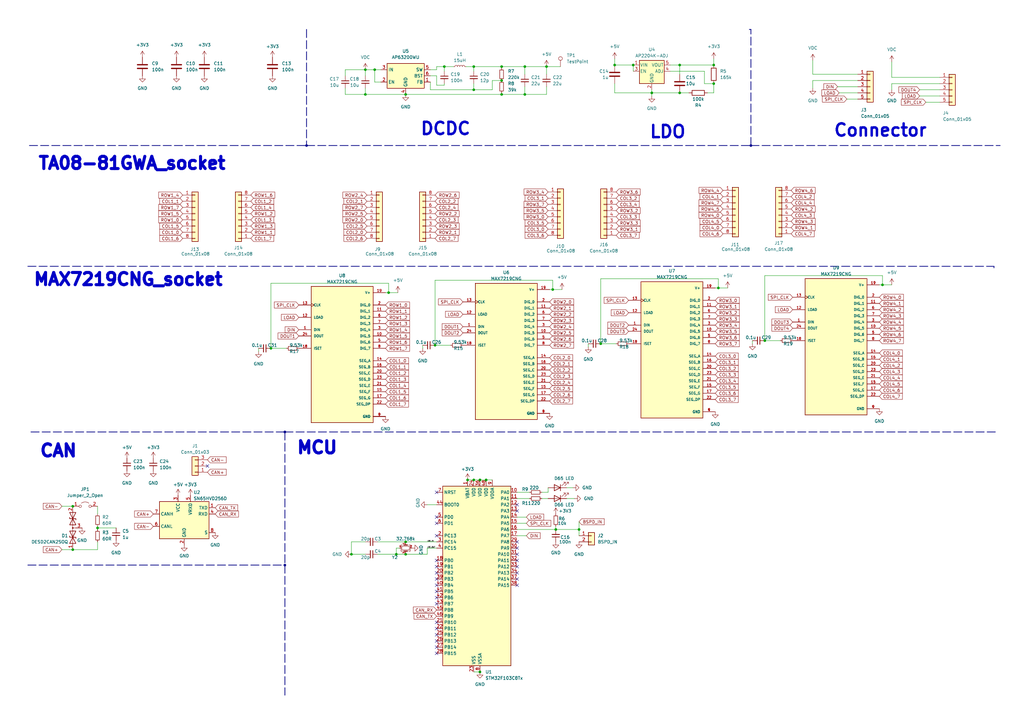
<source format=kicad_sch>
(kicad_sch (version 20230121) (generator eeschema)
  (paper "A3")
  (title_block (date "2025-10-14") (rev "v2025.10"))
  (junction (at 278.765 26.67))
  (junction (at 149.86 38.735))
  (junction (at 196.85 275.59))
  (junction (at 116.84 231.775))
  (junction (at 313.69 139.7))
  (junction (at 267.335 38.1))
  (junction (at 144.145 227.33))
  (junction (at 227.965 217.17))
  (junction (at 182.245 27.305))
  (junction (at 246.38 140.97))
  (junction (at 196.85 196.85))
  (junction (at 159.385 120.015))
  (junction (at 194.31 27.305))
  (junction (at 194.31 36.83))
  (junction (at 162.56 227.33))
  (junction (at 215.265 27.305))
  (junction (at 361.95 116.84))
  (junction (at 149.86 28.575))
  (junction (at 111.125 142.875))
  (junction (at 292.735 26.67))
  (junction (at 40.005 216.535))
  (junction (at 205.74 27.305))
  (junction (at 178.435 141.605))
  (junction (at 191.77 196.85))
  (junction (at 294.64 118.11))
  (junction (at 166.37 222.25))
  (junction (at 292.735 34.29))
  (junction (at 166.37 227.33))
  (junction (at 259.715 26.67))
  (junction (at 215.265 38.735))
  (junction (at 237.49 217.17))
  (junction (at 194.31 196.85))
  (junction (at 252.095 26.67))
  (junction (at 29.845 207.645))
  (junction (at 116.84 177.165))
  (junction (at 29.845 225.425))
  (junction (at 199.39 196.85))
  (junction (at 153.67 28.575))
  (junction (at 205.74 33.02))
  (junction (at 307.975 59.69))
  (junction (at 226.695 118.745))
  (junction (at 205.74 38.735))
  (junction (at 125.73 59.69))
  (junction (at 278.765 38.1))
  (junction (at 224.155 27.305))
  (junction (at 166.37 38.735))
  (no_connect (at 85.09 191.135))
  (no_connect (at 179.07 201.93))
  (no_connect (at 212.09 207.01))
  (no_connect (at 212.09 222.25))
  (no_connect (at 179.07 237.49))
  (no_connect (at 179.07 255.27))
  (no_connect (at 179.07 234.95))
  (no_connect (at 179.07 245.11))
  (no_connect (at 179.07 232.41))
  (no_connect (at 212.09 234.95))
  (no_connect (at 179.07 219.71))
  (no_connect (at 179.07 247.65))
  (no_connect (at 212.09 229.87))
  (no_connect (at 179.07 257.81))
  (no_connect (at 179.07 240.03))
  (no_connect (at 212.09 232.41))
  (no_connect (at 212.09 237.49))
  (no_connect (at 212.09 209.55))
  (no_connect (at 179.07 260.35))
  (no_connect (at 212.09 240.03))
  (no_connect (at 212.09 227.33))
  (no_connect (at 179.07 265.43))
  (no_connect (at 179.07 212.09))
  (no_connect (at 179.07 214.63))
  (no_connect (at 179.07 267.97))
  (no_connect (at 212.09 224.79))
  (no_connect (at 179.07 229.87))
  (no_connect (at 179.07 242.57))
  (no_connect (at 179.07 262.89))
  (wire (pts (xy 212.09 201.93) (xy 217.17 201.93)))
  (wire (pts (xy 166.37 222.25) (xy 179.07 222.25)))
  (wire (pts (xy 176.53 33.655) (xy 176.53 36.83)))
  (wire (pts (xy 224.155 27.305) (xy 229.87 27.305)))
  (wire (pts (xy 175.26 224.79) (xy 179.07 224.79)))
  (wire (pts (xy 201.93 33.02) (xy 205.74 33.02)))
  (wire (pts (xy 215.265 30.48) (xy 215.265 27.305)))
  (wire (pts (xy 278.765 38.1) (xy 282.575 38.1)))
  (wire (pts (xy 237.49 213.995) (xy 237.49 217.17)))
  (wire (pts (xy 40.005 222.25) (xy 40.005 225.425)))
  (wire (pts (xy 153.67 28.575) (xy 153.67 33.655)))
  (wire (pts (xy 294.64 114.3) (xy 246.38 114.3)))
  (wire (pts (xy 379.73 41.91) (xy 385.445 41.91)))
  (bus (pts (xy 407.67 109.22) (xy 407.67 109.855)))
  (wire (pts (xy 237.49 217.17) (xy 227.965 217.17)))
  (bus (pts (xy 11.43 109.22) (xy 407.67 109.22)) (stroke (width 0) (type dash)))
  (wire (pts (xy 154.94 222.25) (xy 166.37 222.25)))
  (wire (pts (xy 40.005 207.645) (xy 40.005 210.82)))
  (wire (pts (xy 351.79 33.02) (xy 333.375 33.02)))
  (wire (pts (xy 141.605 28.575) (xy 149.86 28.575)))
  (wire (pts (xy 215.265 38.735) (xy 205.74 38.735)))
  (wire (pts (xy 226.695 118.745) (xy 230.505 118.745)))
  (bus (pts (xy 116.84 231.775) (xy 116.84 285.115)) (stroke (width 0) (type dash)))
  (wire (pts (xy 226.695 118.745) (xy 226.695 114.935)))
  (wire (pts (xy 278.765 26.67) (xy 278.765 30.48)))
  (wire (pts (xy 274.955 26.67) (xy 278.765 26.67)))
  (wire (pts (xy 194.31 196.85) (xy 196.85 196.85)))
  (wire (pts (xy 361.95 116.84) (xy 365.76 116.84)))
  (wire (pts (xy 246.38 114.3) (xy 246.38 140.97)))
  (wire (pts (xy 40.005 225.425) (xy 29.845 225.425)))
  (wire (pts (xy 267.335 36.83) (xy 267.335 38.1)))
  (wire (pts (xy 246.38 140.97) (xy 252.73 140.97)))
  (wire (pts (xy 173.355 141.605) (xy 173.355 142.875)))
  (wire (pts (xy 224.79 201.93) (xy 222.25 201.93)))
  (wire (pts (xy 215.265 35.56) (xy 215.265 38.735)))
  (wire (pts (xy 377.19 36.83) (xy 385.445 36.83)))
  (wire (pts (xy 227.965 215.9) (xy 227.965 217.17)))
  (wire (pts (xy 313.69 113.03) (xy 313.69 139.7)))
  (wire (pts (xy 199.39 196.85) (xy 201.93 196.85)))
  (wire (pts (xy 182.245 27.305) (xy 186.055 27.305)))
  (wire (pts (xy 144.145 227.33) (xy 144.145 222.25)))
  (wire (pts (xy 162.56 227.33) (xy 166.37 227.33)))
  (wire (pts (xy 179.07 34.925) (xy 182.245 34.925)))
  (wire (pts (xy 194.31 275.59) (xy 196.85 275.59)))
  (wire (pts (xy 205.74 38.735) (xy 166.37 38.735)))
  (wire (pts (xy 106.045 142.875) (xy 106.045 144.145)))
  (bus (pts (xy 125.73 59.69) (xy 307.975 59.69)) (stroke (width 0) (type dash)))
  (wire (pts (xy 141.605 38.735) (xy 149.86 38.735)))
  (wire (pts (xy 194.31 36.83) (xy 201.93 36.83)))
  (wire (pts (xy 343.535 35.56) (xy 351.79 35.56)))
  (bus (pts (xy 116.84 177.165) (xy 408.94 177.165)) (stroke (width 0) (type dash)))
  (wire (pts (xy 212.09 217.17) (xy 227.965 217.17)))
  (wire (pts (xy 149.86 38.735) (xy 166.37 38.735)))
  (wire (pts (xy 308.61 139.7) (xy 308.61 140.97)))
  (wire (pts (xy 252.095 38.1) (xy 267.335 38.1)))
  (wire (pts (xy 294.64 118.11) (xy 294.64 114.3)))
  (wire (pts (xy 162.56 224.79) (xy 162.56 227.33)))
  (bus (pts (xy 125.73 12.065) (xy 125.73 59.69)) (stroke (width 0) (type dash)))
  (bus (pts (xy 116.84 177.165) (xy 116.84 231.775)) (stroke (width 0) (type dash)))
  (wire (pts (xy 175.26 227.33) (xy 175.26 224.79)))
  (wire (pts (xy 215.9 214.63) (xy 212.09 214.63)))
  (wire (pts (xy 25.4 207.645) (xy 29.845 207.645)))
  (wire (pts (xy 292.735 24.13) (xy 292.735 26.67)))
  (wire (pts (xy 333.375 30.48) (xy 333.375 24.765)))
  (wire (pts (xy 365.76 31.75) (xy 385.445 31.75)))
  (wire (pts (xy 241.3 140.97) (xy 241.3 142.24)))
  (wire (pts (xy 267.335 38.1) (xy 267.335 39.37)))
  (wire (pts (xy 377.19 39.37) (xy 385.445 39.37)))
  (wire (pts (xy 252.095 34.29) (xy 252.095 38.1)))
  (wire (pts (xy 179.07 27.305) (xy 179.07 28.575)))
  (wire (pts (xy 212.09 219.71) (xy 215.9 219.71)))
  (wire (pts (xy 25.4 225.425) (xy 29.845 225.425)))
  (wire (pts (xy 179.07 27.305) (xy 182.245 27.305)))
  (wire (pts (xy 225.425 118.745) (xy 226.695 118.745)))
  (wire (pts (xy 274.955 29.21) (xy 288.925 29.21)))
  (wire (pts (xy 333.375 30.48) (xy 351.79 30.48)))
  (wire (pts (xy 149.86 28.575) (xy 153.67 28.575)))
  (wire (pts (xy 159.385 120.015) (xy 159.385 116.205)))
  (bus (pts (xy 12.7 177.165) (xy 116.84 177.165)) (stroke (width 0) (type dash)))
  (wire (pts (xy 153.67 33.655) (xy 156.21 33.655)))
  (bus (pts (xy 11.43 231.775) (xy 116.84 231.775)) (stroke (width 0) (type dash)))
  (wire (pts (xy 205.74 38.1) (xy 205.74 38.735)))
  (wire (pts (xy 288.925 29.21) (xy 288.925 34.29)))
  (wire (pts (xy 292.735 38.1) (xy 292.735 34.29)))
  (wire (pts (xy 182.245 34.925) (xy 182.245 34.29)))
  (wire (pts (xy 144.145 222.25) (xy 149.86 222.25)))
  (wire (pts (xy 40.005 215.9) (xy 40.005 216.535)))
  (wire (pts (xy 290.195 38.1) (xy 292.735 38.1)))
  (wire (pts (xy 232.41 200.025) (xy 234.95 200.025)))
  (wire (pts (xy 196.85 196.85) (xy 199.39 196.85)))
  (wire (pts (xy 40.005 216.535) (xy 47.625 216.535)))
  (wire (pts (xy 159.385 116.205) (xy 111.125 116.205)))
  (wire (pts (xy 111.125 142.875) (xy 117.475 142.875)))
  (wire (pts (xy 182.245 29.21) (xy 182.245 27.305)))
  (wire (pts (xy 361.95 116.84) (xy 361.95 113.03)))
  (wire (pts (xy 226.695 114.935) (xy 178.435 114.935)))
  (bus (pts (xy 307.975 59.69) (xy 410.21 59.69)) (stroke (width 0) (type dash)))
  (wire (pts (xy 232.41 204.47) (xy 235.585 204.47)))
  (wire (pts (xy 191.135 27.305) (xy 194.31 27.305)))
  (wire (pts (xy 224.155 35.56) (xy 224.155 38.735)))
  (wire (pts (xy 361.95 113.03) (xy 313.69 113.03)))
  (wire (pts (xy 163.83 224.79) (xy 162.56 224.79)))
  (wire (pts (xy 385.445 34.29) (xy 365.76 34.29)))
  (wire (pts (xy 194.31 27.305) (xy 194.31 29.21)))
  (wire (pts (xy 294.64 118.11) (xy 298.45 118.11)))
  (wire (pts (xy 313.69 139.7) (xy 320.04 139.7)))
  (wire (pts (xy 111.125 116.205) (xy 111.125 142.875)))
  (wire (pts (xy 159.385 120.015) (xy 163.195 120.015)))
  (wire (pts (xy 179.07 31.115) (xy 179.07 34.925)))
  (wire (pts (xy 365.76 31.75) (xy 365.76 25.4)))
  (wire (pts (xy 179.07 28.575) (xy 176.53 28.575)))
  (wire (pts (xy 365.76 34.29) (xy 365.76 36.83)))
  (bus (pts (xy 12.065 59.69) (xy 125.73 59.69)) (stroke (width 0) (type dash)))
  (wire (pts (xy 224.155 27.305) (xy 224.155 30.48)))
  (wire (pts (xy 333.375 33.02) (xy 333.375 36.195)))
  (wire (pts (xy 360.68 116.84) (xy 361.95 116.84)))
  (wire (pts (xy 154.94 227.33) (xy 162.56 227.33)))
  (wire (pts (xy 267.335 38.1) (xy 278.765 38.1)))
  (wire (pts (xy 347.345 40.64) (xy 351.79 40.64)))
  (wire (pts (xy 212.09 204.47) (xy 217.17 204.47)))
  (wire (pts (xy 176.53 36.83) (xy 194.31 36.83)))
  (wire (pts (xy 194.31 36.83) (xy 194.31 34.29)))
  (wire (pts (xy 178.435 114.935) (xy 178.435 141.605)))
  (wire (pts (xy 237.49 217.17) (xy 237.49 219.71)))
  (wire (pts (xy 149.86 28.575) (xy 149.86 31.115)))
  (wire (pts (xy 158.115 120.015) (xy 159.385 120.015)))
  (wire (pts (xy 293.37 118.11) (xy 294.64 118.11)))
  (wire (pts (xy 141.605 28.575) (xy 141.605 31.115)))
  (wire (pts (xy 205.74 27.94) (xy 205.74 27.305)))
  (wire (pts (xy 288.925 34.29) (xy 292.735 34.29)))
  (wire (pts (xy 344.17 38.1) (xy 351.79 38.1)))
  (wire (pts (xy 40.005 216.535) (xy 40.005 217.17)))
  (wire (pts (xy 215.265 38.735) (xy 224.155 38.735)))
  (wire (pts (xy 191.77 196.85) (xy 194.31 196.85)))
  (wire (pts (xy 141.605 36.195) (xy 141.605 38.735)))
  (wire (pts (xy 166.37 227.33) (xy 175.26 227.33)))
  (wire (pts (xy 149.86 36.195) (xy 149.86 38.735)))
  (wire (pts (xy 252.095 26.67) (xy 259.715 26.67)))
  (wire (pts (xy 252.095 24.13) (xy 252.095 26.67)))
  (wire (pts (xy 153.67 28.575) (xy 156.21 28.575)))
  (wire (pts (xy 278.765 26.67) (xy 292.735 26.67)))
  (wire (pts (xy 194.31 27.305) (xy 205.74 27.305)))
  (wire (pts (xy 259.715 26.67) (xy 259.715 29.21)))
  (wire (pts (xy 178.435 141.605) (xy 184.785 141.605)))
  (wire (pts (xy 222.25 204.47) (xy 224.79 204.47)))
  (wire (pts (xy 205.74 27.305) (xy 215.265 27.305)))
  (wire (pts (xy 175.26 207.01) (xy 179.07 207.01)))
  (wire (pts (xy 176.53 31.115) (xy 179.07 31.115)))
  (wire (pts (xy 224.79 200.025) (xy 224.79 201.93)))
  (wire (pts (xy 201.93 36.83) (xy 201.93 33.02)))
  (wire (pts (xy 144.145 227.33) (xy 149.86 227.33)))
  (bus (pts (xy 307.975 59.69) (xy 307.975 12.065)) (stroke (width 0) (type dash)))
  (wire (pts (xy 212.09 212.09) (xy 215.9 212.09)))
  (bus (pts (xy 307.34 12.065) (xy 307.975 12.065)) (stroke (width 0) (type dash)))
  (wire (pts (xy 215.265 27.305) (xy 224.155 27.305)))
  (text "Connector\n" (at 341.63 56.515 0) (effects (font (size 5 5) (thickness 1) bold) (justify left bottom)))
  (text "CAN" (at 15.875 187.96 0) (effects (font (size 5 5) (thickness 2) bold) (justify left bottom)))
  (text "MAX7219CNG_socket\n\n" (at 13.335 125.73 0) (effects (font (size 5 5) (thickness 2) bold) (justify left bottom)))
  (text "DCDC\n" (at 172.085 55.88 0) (effects (font (size 5 5) (thickness 1) bold) (justify left bottom)))
  (text "TA08-81GWA_socket\n\n" (at 15.24 78.105 0) (effects (font (size 5 5) (thickness 2) bold) (justify left bottom)))
  (text "LDO" (at 266.065 57.15 0) (effects (font (size 5 5) (thickness 1) bold) (justify left bottom)))
  (text "MCU\n" (at 121.285 186.69 0) (effects (font (size 5 5) (thickness 2) bold) (justify left bottom)))
  (label "LSE_IN" (at 175.26 222.25 0) (effects (font (size 0.5 0.5))))
  (label "LSE_OUT" (at 175.26 224.79 0) (effects (font (size 0.5 0.5))))
  (global_label "ROW1_5" (shape input) (at 158.115 137.795 0) (property "Intersheetrefs" "${INTERSHEET_REFS}" (effects hide)))
  (global_label "ROW1_4" (shape input) (at 74.93 80.01 180) (property "Intersheetrefs" "${INTERSHEET_REFS}" (effects hide)))
  (global_label "SPI_CLK" (shape input) (at 122.555 125.095 180) (property "Intersheetrefs" "${INTERSHEET_REFS}" (effects hide)))
  (global_label "DOUT1" (shape input) (at 189.865 133.985 180) (property "Intersheetrefs" "${INTERSHEET_REFS}" (effects hide)))
  (global_label "COL3_5" (shape input) (at 224.79 91.44 180) (property "Intersheetrefs" "${INTERSHEET_REFS}" (effects hide)))
  (global_label "COL1_0" (shape input) (at 158.115 147.955 0) (property "Intersheetrefs" "${INTERSHEET_REFS}" (effects hide)))
  (global_label "COL2_6" (shape input) (at 150.495 97.79 180) (property "Intersheetrefs" "${INTERSHEET_REFS}" (effects hide)))
  (global_label "COL4_7" (shape input) (at 360.68 162.56 0) (property "Intersheetrefs" "${INTERSHEET_REFS}" (effects hide)))
  (global_label "ROW3_7" (shape input) (at 293.37 140.97 0) (property "Intersheetrefs" "${INTERSHEET_REFS}" (effects hide)))
  (global_label "ROW2_3" (shape input) (at 178.435 92.71 0) (property "Intersheetrefs" "${INTERSHEET_REFS}" (effects hide)))
  (global_label "ROW2_0" (shape input) (at 225.425 123.825 0) (property "Intersheetrefs" "${INTERSHEET_REFS}" (effects hide)))
  (global_label "COL1_2" (shape input) (at 158.115 153.035 0) (property "Intersheetrefs" "${INTERSHEET_REFS}" (effects hide)))
  (global_label "ROW1_6" (shape input) (at 158.115 140.335 0) (property "Intersheetrefs" "${INTERSHEET_REFS}" (effects hide)))
  (global_label "ROW3_0" (shape input) (at 224.79 88.9 180) (property "Intersheetrefs" "${INTERSHEET_REFS}" (effects hide)))
  (global_label "DOUT4" (shape input) (at 377.19 36.83 180) (property "Intersheetrefs" "${INTERSHEET_REFS}" (effects hide)))
  (global_label "COL3_6" (shape input) (at 224.79 96.52 180) (property "Intersheetrefs" "${INTERSHEET_REFS}" (effects hide)))
  (global_label "DIN" (shape input) (at 122.555 135.255 180) (property "Intersheetrefs" "${INTERSHEET_REFS}" (effects hide)))
  (global_label "LOAD" (shape input) (at 325.12 127 180) (property "Intersheetrefs" "${INTERSHEET_REFS}" (effects hide)))
  (global_label "LOAD" (shape input) (at 122.555 130.175 180) (property "Intersheetrefs" "${INTERSHEET_REFS}" (effects hide)))
  (global_label "COL2_4" (shape input) (at 178.435 85.09 0) (property "Intersheetrefs" "${INTERSHEET_REFS}" (effects hide)))
  (global_label "COL3_1" (shape input) (at 224.79 81.28 180) (property "Intersheetrefs" "${INTERSHEET_REFS}" (effects hide)))
  (global_label "ROW3_2" (shape input) (at 293.37 128.27 0) (property "Intersheetrefs" "${INTERSHEET_REFS}" (effects hide)))
  (global_label "ROW3_7" (shape input) (at 224.79 83.82 180) (property "Intersheetrefs" "${INTERSHEET_REFS}" (effects hide)))
  (global_label "SPI_CLK" (shape input) (at 379.73 41.91 180) (property "Intersheetrefs" "${INTERSHEET_REFS}" (effects hide)))
  (global_label "COL3_2" (shape input) (at 293.37 151.13 0) (property "Intersheetrefs" "${INTERSHEET_REFS}" (effects hide)))
  (global_label "COL2_6" (shape input) (at 225.425 161.925 0) (property "Intersheetrefs" "${INTERSHEET_REFS}" (effects hide)))
  (global_label "ROW3_6" (shape input) (at 293.37 138.43 0) (property "Intersheetrefs" "${INTERSHEET_REFS}" (effects hide)))
  (global_label "COL1_3" (shape input) (at 158.115 155.575 0) (property "Intersheetrefs" "${INTERSHEET_REFS}" (effects hide)))
  (global_label "DOUT3" (shape input) (at 325.12 132.08 180) (property "Intersheetrefs" "${INTERSHEET_REFS}" (effects hide)))
  (global_label "COL3_2" (shape input) (at 252.73 81.28 0) (property "Intersheetrefs" "${INTERSHEET_REFS}" (effects hide)))
  (global_label "CAN+" (shape input) (at 85.09 193.675 0) (property "Intersheetrefs" "${INTERSHEET_REFS}" (effects hide)))
  (global_label "ROW1_4" (shape input) (at 158.115 135.255 0) (property "Intersheetrefs" "${INTERSHEET_REFS}" (effects hide)))
  (global_label "COL4_4" (shape input) (at 360.68 154.94 0) (property "Intersheetrefs" "${INTERSHEET_REFS}" (effects hide)))
  (global_label "COL1_6" (shape input) (at 74.93 97.79 180) (property "Intersheetrefs" "${INTERSHEET_REFS}" (effects hide)))
  (global_label "ROW2_5" (shape input) (at 225.425 136.525 0) (property "Intersheetrefs" "${INTERSHEET_REFS}" (effects hide)))
  (global_label "CAN-" (shape input) (at 85.09 188.595 0) (property "Intersheetrefs" "${INTERSHEET_REFS}" (effects hide)))
  (global_label "ROW1_1" (shape input) (at 102.87 95.25 0) (property "Intersheetrefs" "${INTERSHEET_REFS}" (effects hide)))
  (global_label "ROW4_4" (shape input) (at 360.68 132.08 0) (property "Intersheetrefs" "${INTERSHEET_REFS}" (effects hide)))
  (global_label "COL3_4" (shape input) (at 293.37 156.21 0) (property "Intersheetrefs" "${INTERSHEET_REFS}" (effects hide)))
  (global_label "COL4_0" (shape input) (at 296.545 93.345 180) (property "Intersheetrefs" "${INTERSHEET_REFS}" (effects hide)))
  (global_label "COL4_4" (shape input) (at 324.485 83.185 0) (property "Intersheetrefs" "${INTERSHEET_REFS}" (effects hide)))
  (global_label "COL3_4" (shape input) (at 252.73 83.82 0) (property "Intersheetrefs" "${INTERSHEET_REFS}" (effects hide)))
  (global_label "COL1_5" (shape input) (at 158.115 160.655 0) (property "Intersheetrefs" "${INTERSHEET_REFS}" (effects hide)))
  (global_label "ROW3_3" (shape input) (at 252.73 91.44 0) (property "Intersheetrefs" "${INTERSHEET_REFS}" (effects hide)))
  (global_label "ROW1_3" (shape input) (at 102.87 92.71 0) (property "Intersheetrefs" "${INTERSHEET_REFS}" (effects hide)))
  (global_label "COL1_6" (shape input) (at 158.115 163.195 0) (property "Intersheetrefs" "${INTERSHEET_REFS}" (effects hide)))
  (global_label "COL1_4" (shape input) (at 102.87 85.09 0) (property "Intersheetrefs" "${INTERSHEET_REFS}" (effects hide)))
  (global_label "COL3_6" (shape input) (at 293.37 161.29 0) (property "Intersheetrefs" "${INTERSHEET_REFS}" (effects hide)))
  (global_label "ROW4_6" (shape input) (at 324.485 78.105 0) (property "Intersheetrefs" "${INTERSHEET_REFS}" (effects hide)))
  (global_label "DOUT3" (shape input) (at 257.81 135.89 180) (property "Intersheetrefs" "${INTERSHEET_REFS}" (effects hide)))
  (global_label "ROW1_1" (shape input) (at 158.115 127.635 0) (property "Intersheetrefs" "${INTERSHEET_REFS}" (effects hide)))
  (global_label "COL2_4" (shape input) (at 225.425 156.845 0) (property "Intersheetrefs" "${INTERSHEET_REFS}" (effects hide)))
  (global_label "ROW3_2" (shape input) (at 252.73 86.36 0) (property "Intersheetrefs" "${INTERSHEET_REFS}" (effects hide)))
  (global_label "ROW2_1" (shape input) (at 225.425 126.365 0) (property "Intersheetrefs" "${INTERSHEET_REFS}" (effects hide)))
  (global_label "ROW4_5" (shape input) (at 360.68 134.62 0) (property "Intersheetrefs" "${INTERSHEET_REFS}" (effects hide)))
  (global_label "CAN_TX" (shape input) (at 179.07 252.73 180) (property "Intersheetrefs" "${INTERSHEET_REFS}" (effects hide)))
  (global_label "ROW1_7" (shape input) (at 74.93 85.09 180) (property "Intersheetrefs" "${INTERSHEET_REFS}" (effects hide)))
  (global_label "COL3_5" (shape input) (at 293.37 158.75 0) (property "Intersheetrefs" "${INTERSHEET_REFS}" (effects hide)))
  (global_label "COL4_2" (shape input) (at 360.68 149.86 0) (property "Intersheetrefs" "${INTERSHEET_REFS}" (effects hide)))
  (global_label "COL3_0" (shape input) (at 293.37 146.05 0) (property "Intersheetrefs" "${INTERSHEET_REFS}" (effects hide)))
  (global_label "COL2_2" (shape input) (at 225.425 151.765 0) (property "Intersheetrefs" "${INTERSHEET_REFS}" (effects hide)))
  (global_label "LOAD" (shape input) (at 377.19 39.37 180) (property "Intersheetrefs" "${INTERSHEET_REFS}" (effects hide)))
  (global_label "ROW3_1" (shape input) (at 293.37 125.73 0) (property "Intersheetrefs" "${INTERSHEET_REFS}" (effects hide)))
  (global_label "COL2_1" (shape input) (at 150.495 82.55 180) (property "Intersheetrefs" "${INTERSHEET_REFS}" (effects hide)))
  (global_label "SPI_CLK" (shape input) (at 189.865 123.825 180) (property "Intersheetrefs" "${INTERSHEET_REFS}" (effects hide)))
  (global_label "COL4_5" (shape input) (at 296.545 90.805 180) (property "Intersheetrefs" "${INTERSHEET_REFS}" (effects hide)))
  (global_label "ROW3_5" (shape input) (at 224.79 86.36 180) (property "Intersheetrefs" "${INTERSHEET_REFS}" (effects hide)))
  (global_label "LOAD" (shape input) (at 189.865 128.905 180) (property "Intersheetrefs" "${INTERSHEET_REFS}" (effects hide)))
  (global_label "COL2_3" (shape input) (at 178.435 90.17 0) (property "Intersheetrefs" "${INTERSHEET_REFS}" (effects hide)))
  (global_label "CAN+" (shape input) (at 25.4 225.425 180) (property "Intersheetrefs" "${INTERSHEET_REFS}" (effects hide)))
  (global_label "ROW1_5" (shape input) (at 74.93 87.63 180) (property "Intersheetrefs" "${INTERSHEET_REFS}" (effects hide)))
  (global_label "COL4_7" (shape input) (at 324.485 95.885 0) (property "Intersheetrefs" "${INTERSHEET_REFS}" (effects hide)))
  (global_label "COL3_7" (shape input) (at 293.37 163.83 0) (property "Intersheetrefs" "${INTERSHEET_REFS}" (effects hide)))
  (global_label "LOAD" (shape input) (at 215.9 212.09 0) (property "Intersheetrefs" "${INTERSHEET_REFS}" (effects hide)))
  (global_label "DOUT2" (shape input) (at 257.81 133.35 180) (property "Intersheetrefs" "${INTERSHEET_REFS}" (effects hide)))
  (global_label "COL4_6" (shape input) (at 296.545 95.885 180) (property "Intersheetrefs" "${INTERSHEET_REFS}" (effects hide)))
  (global_label "ROW2_2" (shape input) (at 178.435 87.63 0) (property "Intersheetrefs" "${INTERSHEET_REFS}" (effects hide)))
  (global_label "ROW4_0" (shape input) (at 360.68 121.92 0) (property "Intersheetrefs" "${INTERSHEET_REFS}" (effects hide)))
  (global_label "ROW2_5" (shape input) (at 150.495 87.63 180) (property "Intersheetrefs" "${INTERSHEET_REFS}" (effects hide)))
  (global_label "SPI_CLK" (shape input) (at 257.81 123.19 180) (property "Intersheetrefs" "${INTERSHEET_REFS}" (effects hide)))
  (global_label "DIN" (shape input) (at 343.535 35.56 180) (property "Intersheetrefs" "${INTERSHEET_REFS}" (effects hide)))
  (global_label "ROW3_4" (shape input) (at 224.79 78.74 180) (property "Intersheetrefs" "${INTERSHEET_REFS}" (effects hide)))
  (global_label "CAN-" (shape input) (at 62.865 215.9 180) (property "Intersheetrefs" "${INTERSHEET_REFS}" (effects hide)))
  (global_label "COL2_5" (shape input) (at 225.425 159.385 0) (property "Intersheetrefs" "${INTERSHEET_REFS}" (effects hide)))
  (global_label "COL4_3" (shape input) (at 324.485 88.265 0) (property "Intersheetrefs" "${INTERSHEET_REFS}" (effects hide)))
  (global_label "COL1_2" (shape input) (at 102.87 82.55 0) (property "Intersheetrefs" "${INTERSHEET_REFS}" (effects hide)))
  (global_label "COL2_7" (shape input) (at 178.435 97.79 0) (property "Intersheetrefs" "${INTERSHEET_REFS}" (effects hide)))
  (global_label "ROW4_1" (shape input) (at 324.485 93.345 0) (property "Intersheetrefs" "${INTERSHEET_REFS}" (effects hide)))
  (global_label "CAN_RX" (shape input) (at 179.07 250.19 180) (property "Intersheetrefs" "${INTERSHEET_REFS}" (effects hide)))
  (global_label "SPI_CLK" (shape input) (at 325.12 121.92 180) (property "Intersheetrefs" "${INTERSHEET_REFS}" (effects hide)))
  (global_label "ROW3_6" (shape input) (at 252.73 78.74 0) (property "Intersheetrefs" "${INTERSHEET_REFS}" (effects hide)))
  (global_label "COL2_1" (shape input) (at 225.425 149.225 0) (property "Intersheetrefs" "${INTERSHEET_REFS}" (effects hide)))
  (global_label "COL4_0" (shape input) (at 360.68 144.78 0) (property "Intersheetrefs" "${INTERSHEET_REFS}" (effects hide)))
  (global_label "COL1_7" (shape input) (at 102.87 97.79 0) (property "Intersheetrefs" "${INTERSHEET_REFS}" (effects hide)))
  (global_label "ROW2_1" (shape input) (at 178.435 95.25 0) (property "Intersheetrefs" "${INTERSHEET_REFS}" (effects hide)))
  (global_label "ROW4_0" (shape input) (at 296.545 88.265 180) (property "Intersheetrefs" "${INTERSHEET_REFS}" (effects hide)))
  (global_label "ROW1_2" (shape input) (at 158.115 130.175 0) (property "Intersheetrefs" "${INTERSHEET_REFS}" (effects hide)))
  (global_label "DIN" (shape input) (at 215.9 219.71 0) (property "Intersheetrefs" "${INTERSHEET_REFS}" (effects hide)))
  (global_label "CAN_TX" (shape input) (at 88.265 208.28 0) (property "Intersheetrefs" "${INTERSHEET_REFS}" (effects hide)))
  (global_label "COL4_6" (shape input) (at 360.68 160.02 0) (property "Intersheetrefs" "${INTERSHEET_REFS}" (effects hide)))
  (global_label "COL3_3" (shape input) (at 293.37 153.67 0) (property "Intersheetrefs" "${INTERSHEET_REFS}" (effects hide)))
  (global_label "ROW2_0" (shape input) (at 150.495 90.17 180) (property "Intersheetrefs" "${INTERSHEET_REFS}" (effects hide)))
  (global_label "SPI_CLK" (shape input) (at 347.345 40.64 180) (property "Intersheetrefs" "${INTERSHEET_REFS}" (effects hide)))
  (global_label "ROW1_0" (shape input) (at 158.115 125.095 0) (property "Intersheetrefs" "${INTERSHEET_REFS}" (effects hide)))
  (global_label "ROW3_0" (shape input) (at 293.37 123.19 0) (property "Intersheetrefs" "${INTERSHEET_REFS}" (effects hide)))
  (global_label "COL1_7" (shape input) (at 158.115 165.735 0) (property "Intersheetrefs" "${INTERSHEET_REFS}" (effects hide)))
  (global_label "COL1_0" (shape input) (at 74.93 95.25 180) (property "Intersheetrefs" "${INTERSHEET_REFS}" (effects hide)))
  (global_label "COL1_1" (shape input) (at 74.93 82.55 180) (property "Intersheetrefs" "${INTERSHEET_REFS}" (effects hide)))
  (global_label "ROW4_3" (shape input) (at 360.68 129.54 0) (property "Intersheetrefs" "${INTERSHEET_REFS}" (effects hide)))
  (global_label "COL1_1" (shape input) (at 158.115 150.495 0) (property "Intersheetrefs" "${INTERSHEET_REFS}" (effects hide)))
  (global_label "ROW4_7" (shape input) (at 360.68 139.7 0) (property "Intersheetrefs" "${INTERSHEET_REFS}" (effects hide)))
  (global_label "ROW1_2" (shape input) (at 102.87 87.63 0) (property "Intersheetrefs" "${INTERSHEET_REFS}" (effects hide)))
  (global_label "ROW3_4" (shape input) (at 293.37 133.35 0) (property "Intersheetrefs" "${INTERSHEET_REFS}" (effects hide)))
  (global_label "COL2_2" (shape input) (at 178.435 82.55 0) (property "Intersheetrefs" "${INTERSHEET_REFS}" (effects hide)))
  (global_label "COL2_0" (shape input) (at 225.425 146.685 0) (property "Intersheetrefs" "${INTERSHEET_REFS}" (effects hide)))
  (global_label "LOAD" (shape input) (at 257.81 128.27 180) (property "Intersheetrefs" "${INTERSHEET_REFS}" (effects hide)))
  (global_label "ROW1_0" (shape input) (at 74.93 90.17 180) (property "Intersheetrefs" "${INTERSHEET_REFS}" (effects hide)))
  (global_label "CAN_RX" (shape input) (at 88.265 210.82 0) (property "Intersheetrefs" "${INTERSHEET_REFS}" (effects hide)))
  (global_label "BSPD_IN" (shape input) (at 237.49 213.995 0) (property "Intersheetrefs" "${INTERSHEET_REFS}" (effects hide)))
  (global_label "CAN+" (shape input) (at 62.865 210.82 180) (property "Intersheetrefs" "${INTERSHEET_REFS}" (effects hide)))
  (global_label "COL1_3" (shape input) (at 102.87 90.17 0) (property "Intersheetrefs" "${INTERSHEET_REFS}" (effects hide)))
  (global_label "ROW2_6" (shape input) (at 225.425 139.065 0) (property "Intersheetrefs" "${INTERSHEET_REFS}" (effects hide)))
  (global_label "COL1_4" (shape input) (at 158.115 158.115 0) (property "Intersheetrefs" "${INTERSHEET_REFS}" (effects hide)))
  (global_label "ROW1_6" (shape input) (at 102.87 80.01 0) (property "Intersheetrefs" "${INTERSHEET_REFS}" (effects hide)))
  (global_label "COL4_1" (shape input) (at 296.545 80.645 180) (property "Intersheetrefs" "${INTERSHEET_REFS}" (effects hide)))
  (global_label "ROW2_4" (shape input) (at 225.425 133.985 0) (property "Intersheetrefs" "${INTERSHEET_REFS}" (effects hide)))
  (global_label "ROW4_3" (shape input) (at 324.485 90.805 0) (property "Intersheetrefs" "${INTERSHEET_REFS}" (effects hide)))
  (global_label "ROW1_7" (shape input) (at 158.115 142.875 0) (property "Intersheetrefs" "${INTERSHEET_REFS}" (effects hide)))
  (global_label "COL2_3" (shape input) (at 225.425 154.305 0) (property "Intersheetrefs" "${INTERSHEET_REFS}" (effects hide)))
  (global_label "ROW4_2" (shape input) (at 360.68 127 0) (property "Intersheetrefs" "${INTERSHEET_REFS}" (effects hide)))
  (global_label "ROW4_4" (shape input) (at 296.545 78.105 180) (property "Intersheetrefs" "${INTERSHEET_REFS}" (effects hide)))
  (global_label "DOUT4" (shape input) (at 325.12 134.62 180) (property "Intersheetrefs" "${INTERSHEET_REFS}" (effects hide)))
  (global_label "ROW4_6" (shape input) (at 360.68 137.16 0) (property "Intersheetrefs" "${INTERSHEET_REFS}" (effects hide)))
  (global_label "ROW4_5" (shape input) (at 296.545 85.725 180) (property "Intersheetrefs" "${INTERSHEET_REFS}" (effects hide)))
  (global_label "ROW4_7" (shape input) (at 296.545 83.185 180) (property "Intersheetrefs" "${INTERSHEET_REFS}" (effects hide)))
  (global_label "ROW2_7" (shape input) (at 150.495 85.09 180) (property "Intersheetrefs" "${INTERSHEET_REFS}" (effects hide)))
  (global_label "ROW3_3" (shape input) (at 293.37 130.81 0) (property "Intersheetrefs" "${INTERSHEET_REFS}" (effects hide)))
  (global_label "ROW4_2" (shape input) (at 324.485 85.725 0) (property "Intersheetrefs" "${INTERSHEET_REFS}" (effects hide)))
  (global_label "COL1_5" (shape input) (at 74.93 92.71 180) (property "Intersheetrefs" "${INTERSHEET_REFS}" (effects hide)))
  (global_label "COL2_7" (shape input) (at 225.425 164.465 0) (property "Intersheetrefs" "${INTERSHEET_REFS}" (effects hide)))
  (global_label "ROW3_5" (shape input) (at 293.37 135.89 0) (property "Intersheetrefs" "${INTERSHEET_REFS}" (effects hide)))
  (global_label "COL4_3" (shape input) (at 360.68 152.4 0) (property "Intersheetrefs" "${INTERSHEET_REFS}" (effects hide)))
  (global_label "ROW4_1" (shape input) (at 360.68 124.46 0) (property "Intersheetrefs" "${INTERSHEET_REFS}" (effects hide)))
  (global_label "LOAD" (shape input) (at 344.17 38.1 180) (property "Intersheetrefs" "${INTERSHEET_REFS}" (effects hide)))
  (global_label "COL2_5" (shape input) (at 150.495 92.71 180) (property "Intersheetrefs" "${INTERSHEET_REFS}" (effects hide)))
  (global_label "COL4_5" (shape input) (at 360.68 157.48 0) (property "Intersheetrefs" "${INTERSHEET_REFS}" (effects hide)))
  (global_label "CAN-" (shape input) (at 25.4 207.645 180) (property "Intersheetrefs" "${INTERSHEET_REFS}" (effects hide)))
  (global_label "ROW2_3" (shape input) (at 225.425 131.445 0) (property "Intersheetrefs" "${INTERSHEET_REFS}" (effects hide)))
  (global_label "ROW2_7" (shape input) (at 225.425 141.605 0) (property "Intersheetrefs" "${INTERSHEET_REFS}" (effects hide)))
  (global_label "COL4_2" (shape input) (at 324.485 80.645 0) (property "Intersheetrefs" "${INTERSHEET_REFS}" (effects hide)))
  (global_label "COL2_0" (shape input) (at 150.495 95.25 180) (property "Intersheetrefs" "${INTERSHEET_REFS}" (effects hide)))
  (global_label "COL4_1" (shape input) (at 360.68 147.32 0) (property "Intersheetrefs" "${INTERSHEET_REFS}" (effects hide)))
  (global_label "ROW3_1" (shape input) (at 252.73 93.98 0) (property "Intersheetrefs" "${INTERSHEET_REFS}" (effects hide)))
  (global_label "SPI_CLK" (shape input) (at 215.9 214.63 0) (property "Intersheetrefs" "${INTERSHEET_REFS}" (effects hide)))
  (global_label "COL3_1" (shape input) (at 293.37 148.59 0) (property "Intersheetrefs" "${INTERSHEET_REFS}" (effects hide)))
  (global_label "COL3_7" (shape input) (at 252.73 96.52 0) (property "Intersheetrefs" "${INTERSHEET_REFS}" (effects hide)))
  (global_label "ROW2_4" (shape input) (at 150.495 80.01 180) (property "Intersheetrefs" "${INTERSHEET_REFS}" (effects hide)))
  (global_label "COL3_0" (shape input) (at 224.79 93.98 180) (property "Intersheetrefs" "${INTERSHEET_REFS}" (effects hide)))
  (global_label "ROW2_6" (shape input) (at 178.435 80.01 0) (property "Intersheetrefs" "${INTERSHEET_REFS}" (effects hide)))
  (global_label "DOUT2" (shape input) (at 189.865 136.525 180) (property "Intersheetrefs" "${INTERSHEET_REFS}" (effects hide)))
  (global_label "ROW2_2" (shape input) (at 225.425 128.905 0) (property "Intersheetrefs" "${INTERSHEET_REFS}" (effects hide)))
  (global_label "COL3_3" (shape input) (at 252.73 88.9 0) (property "Intersheetrefs" "${INTERSHEET_REFS}" (effects hide)))
  (global_label "DOUT1" (shape input) (at 122.555 137.795 180) (property "Intersheetrefs" "${INTERSHEET_REFS}" (effects hide)))
  (global_label "ROW1_3" (shape input) (at 158.115 132.715 0) (property "Intersheetrefs" "${INTERSHEET_REFS}" (effects hide)))
  (symbol (lib_id "power:+3V3") (at 111.76 23.495 0) (unit 1)
    (property "Reference" "#PWR032" (effects hide))
    (property "Value" "+3V3" (at 111.76 19.05 0))
  )
  (symbol (lib_id "Device:C_Small") (at 215.265 33.02 0) (unit 1)
    (property "Reference" "C21" (at 217.805 31.7563 0) (effects (justify left)))
    (property "Value" "22u" (at 217.805 34.2963 0) (effects (justify left)))
    (property "Footprint" "Capacitor_SMD:C_0805_2012Metric" (effects hide))
  )
  (symbol (lib_id "Device:C_Small") (at 311.15 139.7 270) (unit 1)
    (property "Reference" "C29" (at 314.325 138.43 90))
    (property "Value" "0.1u" (at 307.975 138.43 90))
    (property "Footprint" "Capacitor_SMD:C_0603_1608Metric" (effects hide))
  )
  (symbol (lib_id "Device:C_Small") (at 52.07 190.5 0) (unit 1)
    (property "Reference" "C23" (at 54.61 189.2363 0) (effects (justify left)))
    (property "Value" "100n" (at 54.61 191.7763 0) (effects (justify left)))
    (property "Footprint" "Capacitor_SMD:C_0603_1608Metric" (effects hide))
  )
  (symbol (lib_id "power:+5V") (at 298.45 118.11 0) (unit 1)
    (property "Reference" "#PWR068" (effects hide))
    (property "Value" "+5V" (at 298.45 113.03 0))
  )
  (symbol (lib_id "Device:R") (at 292.735 30.48 0) (unit 1)
    (property "Reference" "R5" (at 295.275 29.21 0) (effects (justify left)))
    (property "Value" "165k" (at 295.275 31.75 0) (effects (justify left)))
    (property "Footprint" "Resistor_SMD:R_0603_1608Metric" (effects hide))
  )
  (symbol (lib_id "power:GND") (at 62.865 193.04 0) (mirror y) (unit 1)
    (property "Reference" "#PWR048" (effects hide))
    (property "Value" "GND" (at 62.865 198.12 0))
  )
  (symbol (lib_id "power:GND") (at 227.965 222.25 0) (unit 1)
    (property "Reference" "#PWR035" (effects hide))
    (property "Value" "GND" (at 227.965 226.695 0))
  )
  (symbol (lib_id "MAX7219CNG:MAX7219CNG") (at 140.335 145.415 0) (unit 1)
    (property "Reference" "U8" (at 140.335 113.03 0))
    (property "Value" "MAX7219CNG" (at 140.335 115.57 0))
    (property "Footprint" "Package_DIP:DIP-24_W7.62mm_Socket" (effects hide))
    (property "MF" "Analog Devices" (effects hide))
    (property "MAXIMUM_PACKAGE_HEIGHT" "4.57mm" (effects hide))
    (property "CREATOR" "DIZAR" (effects hide))
    (property "Price" "None" (effects hide))
    (property "Package" "DIP-24 Maxim Integrated" (effects hide))
    (property "Check_prices" "https://www.snapeda.com/parts/MAX7219CNG/Analog+Devices/view-part/?ref=eda" (effects hide))
    (property "STANDARD" "IPC-7351B" (effects hide))
    (property "PARTREV" "6" (effects hide))
    (property "SnapEDA_Link" "https://www.snapeda.com/parts/MAX7219CNG/Analog+Devices/view-part/?ref=snap" (effects hide))
    (property "MP" "MAX7219CNG" (effects hide))
    (property "Description" "\n                        \n                            IC DRVR 7 SEGMENT 8 DIGIT 24DIP\n                        \n" (effects hide))
    (property "MANUFACTURER" "Analog Devices" (effects hide))
    (property "Availability" "In Stock" (effects hide))
    (property "SNAPEDA_PN" "MAX7219CNG" (effects hide))
  )
  (symbol (lib_id "MAX7219CNG:MAX7219CNG") (at 342.9 142.24 0) (unit 1)
    (property "Reference" "U9" (at 342.9 109.855 0))
    (property "Value" "MAX7219CNG" (at 342.9 112.395 0))
    (property "Footprint" "Package_DIP:DIP-24_W7.62mm_Socket" (effects hide))
    (property "MF" "Analog Devices" (effects hide))
    (property "MAXIMUM_PACKAGE_HEIGHT" "4.57mm" (effects hide))
    (property "CREATOR" "DIZAR" (effects hide))
    (property "Price" "None" (effects hide))
    (property "Package" "DIP-24 Maxim Integrated" (effects hide))
    (property "Check_prices" "https://www.snapeda.com/parts/MAX7219CNG/Analog+Devices/view-part/?ref=eda" (effects hide))
    (property "STANDARD" "IPC-7351B" (effects hide))
    (property "PARTREV" "6" (effects hide))
    (property "SnapEDA_Link" "https://www.snapeda.com/parts/MAX7219CNG/Analog+Devices/view-part/?ref=snap" (effects hide))
    (property "MP" "MAX7219CNG" (effects hide))
    (property "Description" "\n                        \n                            IC DRVR 7 SEGMENT 8 DIGIT 24DIP\n                        \n" (effects hide))
    (property "MANUFACTURER" "Analog Devices" (effects hide))
    (property "Availability" "In Stock" (effects hide))
    (property "SNAPEDA_PN" "MAX7219CNG" (effects hide))
  )
  (symbol (lib_id "Device:R_Small") (at 227.965 213.36 0) (unit 1)
    (property "Reference" "R6" (at 231.775 212.725 0) (effects (justify right)))
    (property "Value" "10k" (at 232.41 214.63 0) (effects (justify right)))
    (property "Footprint" "Resistor_SMD:R_0603_1608Metric" (effects hide))
  )
  (symbol (lib_id "power:GND") (at 168.91 224.79 90) (unit 1)
    (property "Reference" "#PWR07" (effects hide))
    (property "Value" "GND" (at 172.72 223.52 0) (effects (justify right)))
  )
  (symbol (lib_id "Device:C_Small") (at 149.86 33.655 0) (mirror y) (unit 1)
    (property "Reference" "C18" (at 147.32 32.3913 0) (effects (justify left)))
    (property "Value" "10u" (at 147.32 34.9313 0) (effects (justify left)))
    (property "Footprint" "Capacitor_SMD:C_0805_2012Metric" (effects hide))
  )
  (symbol (lib_id "Connector_Generic:Conn_01x08") (at 229.87 86.36 0) (unit 1)
    (property "Reference" "J10" (at 227.965 100.965 0) (effects (justify left)))
    (property "Value" "Conn_01x08" (at 224.155 102.87 0) (effects (justify left)))
    (property "Footprint" "Connector_PinSocket_2.54mm:PinSocket_1x08_P2.54mm_Vertical" (effects hide))
  )
  (symbol (lib_id "Device:R_Small") (at 219.71 201.93 90) (unit 1)
    (property "Reference" "R9" (at 213.995 200.66 90) (effects (justify right)))
    (property "Value" "220" (at 217.17 200.025 90) (effects (justify right)))
    (property "Footprint" "Resistor_SMD:R_0603_1608Metric" (effects hide))
  )
  (symbol (lib_id "power:VDC") (at 365.76 25.4 0) (unit 1)
    (property "Reference" "#PWR046" (effects hide))
    (property "Value" "VDC" (at 365.76 20.32 0))
  )
  (symbol (lib_id "Device:C_Small") (at 175.895 141.605 270) (unit 1)
    (property "Reference" "C26" (at 179.07 140.335 90))
    (property "Value" "0.1u" (at 172.72 140.335 90))
    (property "Footprint" "Capacitor_SMD:C_0603_1608Metric" (effects hide))
  )
  (symbol (lib_id "Device:C_Small") (at 152.4 227.33 270) (unit 1)
    (property "Reference" "C4" (at 154.94 226.06 90))
    (property "Value" "20p" (at 149.86 228.6 90))
    (property "Footprint" "Capacitor_SMD:C_0603_1608Metric" (effects hide))
  )
  (symbol (lib_id "power:GND") (at 225.425 169.545 0) (unit 1)
    (property "Reference" "#PWR061" (effects hide))
    (property "Value" "GND" (at 225.425 174.625 0))
  )
  (symbol (lib_id "power:GND") (at 333.375 36.195 0) (unit 1)
    (property "Reference" "#PWR044" (effects hide))
    (property "Value" "GND" (at 333.375 41.275 0))
  )
  (symbol (lib_id "Connector_Generic:Conn_01x08") (at 173.355 90.17 180) (unit 1)
    (property "Reference" "J15" (at 173.355 101.6 0))
    (property "Value" "Conn_01x08" (at 173.355 104.14 0))
    (property "Footprint" "Connector_PinSocket_2.54mm:PinSocket_1x08_P2.54mm_Vertical" (effects hide))
  )
  (symbol (lib_id "power:+3V3") (at 72.39 23.495 0) (unit 1)
    (property "Reference" "#PWR026" (effects hide))
    (property "Value" "+3V3" (at 72.39 18.415 0))
  )
  (symbol (lib_id "Connector:TestPoint") (at 229.87 27.305 0) (unit 1)
    (property "Reference" "TP1" (at 232.41 22.733 0) (effects (justify left)))
    (property "Value" "TestPoint" (at 232.41 25.273 0) (effects (justify left)))
    (property "Footprint" "TestPoint:TestPoint_THTPad_D1.5mm_Drill0.7mm" (effects hide))
  )
  (symbol (lib_id "power:GND") (at 235.585 204.47 90) (unit 1)
    (property "Reference" "#PWR049" (effects hide))
    (property "Value" "GND" (at 239.395 204.47 90) (effects (justify right)))
  )
  (symbol (lib_id "power:+3V3") (at 78.105 203.2 0) (unit 1)
    (property "Reference" "#PWR012" (effects hide))
    (property "Value" "+3V3" (at 78.105 198.755 0))
  )
  (symbol (lib_id "Device:R_Small") (at 187.325 141.605 90) (unit 1)
    (property "Reference" "R15" (at 186.055 142.875 90) (effects (justify right)))
    (property "Value" "9.53k" (at 186.055 140.335 90) (effects (justify right)))
    (property "Footprint" "Resistor_SMD:R_0603_1608Metric" (effects hide))
  )
  (symbol (lib_id "Connector_Generic:Conn_01x08") (at 97.79 90.17 180) (unit 1)
    (property "Reference" "J14" (at 97.79 101.6 0))
    (property "Value" "Conn_01x08" (at 97.79 104.14 0))
    (property "Footprint" "Connector_PinSocket_2.54mm:PinSocket_1x08_P2.54mm_Vertical" (effects hide))
  )
  (symbol (lib_id "power:+5V") (at 52.07 187.96 0) (unit 1)
    (property "Reference" "#PWR052" (effects hide))
    (property "Value" "+5V" (at 52.07 183.515 0))
  )
  (symbol (lib_id "Device:C") (at 58.42 27.305 0) (unit 1)
    (property "Reference" "C9" (at 62.23 26.035 0) (effects (justify left)))
    (property "Value" "100n" (at 62.23 28.575 0) (effects (justify left)))
    (property "Footprint" "Resistor_SMD:R_0603_1608Metric" (effects hide))
  )
  (symbol (lib_id "Device:C") (at 72.39 27.305 0) (unit 1)
    (property "Reference" "C10" (at 76.2 26.035 0) (effects (justify left)))
    (property "Value" "100n" (at 76.2 28.575 0) (effects (justify left)))
    (property "Footprint" "Resistor_SMD:R_0603_1608Metric" (effects hide))
  )
  (symbol (lib_id "power:GND") (at 237.49 222.25 0) (unit 1)
    (property "Reference" "#PWR03" (effects hide))
    (property "Value" "GND" (at 237.49 227.33 0))
  )
  (symbol (lib_id "power:GND") (at 293.37 168.91 0) (unit 1)
    (property "Reference" "#PWR067" (effects hide))
    (property "Value" "GND" (at 293.37 173.99 0))
  )
  (symbol (lib_id "power:GND") (at 58.42 31.115 0) (unit 1)
    (property "Reference" "#PWR025" (effects hide))
    (property "Value" "GND" (at 58.42 36.195 0))
  )
  (symbol (lib_id "Device:C_Small") (at 108.585 142.875 270) (unit 1)
    (property "Reference" "C31" (at 111.76 141.605 90))
    (property "Value" "0.1u" (at 105.41 141.605 90))
    (property "Footprint" "Capacitor_SMD:C_0603_1608Metric" (effects hide))
  )
  (symbol (lib_id "power:+5V") (at 230.505 118.745 0) (unit 1)
    (property "Reference" "#PWR062" (effects hide))
    (property "Value" "+5V" (at 230.505 113.665 0))
  )
  (symbol (lib_id "Interface_CAN_LIN:SN65HVD256D") (at 75.565 213.36 0) (mirror y) (unit 1)
    (property "Reference" "U2" (at 79.375 201.93 0) (effects (justify right)))
    (property "Value" "SN65HVD256D" (at 79.375 204.47 0) (effects (justify right)))
    (property "Footprint" "Package_SO:SOIC-8_3.9x4.9mm_P1.27mm" (effects hide))
    (property "Datasheet" "https://www.ti.com/lit/ds/symlink/sn65hvd257.pdf" (effects hide))
  )
  (symbol (lib_id "power:GND") (at 33.655 216.535 0) (mirror y) (unit 1)
    (property "Reference" "#PWR05" (effects hide))
    (property "Value" "GND" (at 33.655 221.615 0))
  )
  (symbol (lib_id "Device:R_Small") (at 40.005 219.71 0) (unit 1)
    (property "Reference" "R3" (at 41.91 218.44 0) (effects (justify left)))
    (property "Value" "60R" (at 41.91 220.98 0) (effects (justify left)))
    (property "Footprint" "Resistor_SMD:R_0603_1608Metric" (effects hide))
  )
  (symbol (lib_id "power:GND") (at 158.115 170.815 0) (unit 1)
    (property "Reference" "#PWR088" (effects hide))
    (property "Value" "GND" (at 158.115 175.895 0))
  )
  (symbol (lib_id "Device:R_Small") (at 120.015 142.875 90) (unit 1)
    (property "Reference" "R17" (at 118.745 144.145 90) (effects (justify right)))
    (property "Value" "9.53k" (at 118.745 141.605 90) (effects (justify right)))
    (property "Footprint" "Resistor_SMD:R_0603_1608Metric" (effects hide))
  )
  (symbol (lib_id "Connector_Generic:Conn_01x08") (at 80.01 87.63 0) (unit 1)
    (property "Reference" "J13" (at 78.105 102.235 0) (effects (justify left)))
    (property "Value" "Conn_01x08" (at 74.295 104.14 0) (effects (justify left)))
    (property "Footprint" "Connector_PinSocket_2.54mm:PinSocket_1x08_P2.54mm_Vertical" (effects hide))
  )
  (symbol (lib_id "power:GND") (at 72.39 31.115 0) (unit 1)
    (property "Reference" "#PWR027" (effects hide))
    (property "Value" "GND" (at 72.39 36.195 0))
  )
  (symbol (lib_id "Connector_Generic:Conn_01x08") (at 319.405 88.265 180) (unit 1)
    (property "Reference" "J17" (at 319.405 99.695 0))
    (property "Value" "Conn_01x08" (at 319.405 102.235 0))
    (property "Footprint" "Connector_PinSocket_2.54mm:PinSocket_1x08_P2.54mm_Vertical" (effects hide))
  )
  (symbol (lib_id "Device:C_Small") (at 227.965 219.71 180) (unit 1)
    (property "Reference" "C16" (at 231.775 220.345 0))
    (property "Value" "100n" (at 231.775 222.25 0))
    (property "Footprint" "Capacitor_SMD:C_0603_1608Metric" (effects hide))
  )
  (symbol (lib_id "power:+5V") (at 73.025 203.2 0) (unit 1)
    (property "Reference" "#PWR010" (effects hide))
    (property "Value" "+5V" (at 73.025 198.755 0))
  )
  (symbol (lib_id "Device:R_Small") (at 255.27 140.97 90) (unit 1)
    (property "Reference" "R18" (at 254 142.24 90) (effects (justify right)))
    (property "Value" "9.53k" (at 254 139.7 90) (effects (justify right)))
    (property "Footprint" "Resistor_SMD:R_0603_1608Metric" (effects hide))
  )
  (symbol (lib_id "Device:C") (at 252.095 30.48 0) (unit 1)
    (property "Reference" "C14" (at 245.745 29.21 0) (effects (justify left)))
    (property "Value" "1u" (at 247.015 31.75 0) (effects (justify left)))
    (property "Footprint" "Resistor_SMD:R_0603_1608Metric" (effects hide))
  )
  (symbol (lib_id "Device:R_Small") (at 205.74 35.56 0) (unit 1)
    (property "Reference" "R8" (at 208.28 34.29 0) (effects (justify left)))
    (property "Value" "39k" (at 208.28 36.83 0) (effects (justify left)))
    (property "Footprint" "Resistor_SMD:R_0603_1608Metric" (effects hide))
  )
  (symbol (lib_id "power:+3V3") (at 62.865 187.96 0) (unit 1)
    (property "Reference" "#PWR051" (effects hide))
    (property "Value" "+3V3" (at 62.865 183.515 0))
  )
  (symbol (lib_id "MAX7219CNG:MAX7219CNG") (at 207.645 144.145 0) (unit 1)
    (property "Reference" "U6" (at 207.645 111.76 0))
    (property "Value" "MAX7219CNG" (at 207.645 114.3 0))
    (property "Footprint" "Package_DIP:DIP-24_W7.62mm_Socket" (effects hide))
    (property "MF" "Analog Devices" (effects hide))
    (property "MAXIMUM_PACKAGE_HEIGHT" "4.57mm" (effects hide))
    (property "CREATOR" "DIZAR" (effects hide))
    (property "Price" "None" (effects hide))
    (property "Package" "DIP-24 Maxim Integrated" (effects hide))
    (property "Check_prices" "https://www.snapeda.com/parts/MAX7219CNG/Analog+Devices/view-part/?ref=eda" (effects hide))
    (property "STANDARD" "IPC-7351B" (effects hide))
    (property "PARTREV" "6" (effects hide))
    (property "SnapEDA_Link" "https://www.snapeda.com/parts/MAX7219CNG/Analog+Devices/view-part/?ref=snap" (effects hide))
    (property "MP" "MAX7219CNG" (effects hide))
    (property "Description" "\n                        \n                            IC DRVR 7 SEGMENT 8 DIGIT 24DIP\n                        \n" (effects hide))
    (property "MANUFACTURER" "Analog Devices" (effects hide))
    (property "Availability" "In Stock" (effects hide))
    (property "SNAPEDA_PN" "MAX7219CNG" (effects hide))
  )
  (symbol (lib_id "power:VDC") (at 333.375 24.765 0) (unit 1)
    (property "Reference" "#PWR058" (effects hide))
    (property "Value" "VDC" (at 333.375 19.685 0))
  )
  (symbol (lib_id "power:GND") (at 52.07 193.04 0) (mirror y) (unit 1)
    (property "Reference" "#PWR039" (effects hide))
    (property "Value" "GND" (at 52.07 198.12 0))
  )
  (symbol (lib_id "power:+3V3") (at 292.735 24.13 0) (unit 1)
    (property "Reference" "#PWR038" (effects hide))
    (property "Value" "+3V3" (at 292.735 19.05 0))
  )
  (symbol (lib_id "power:GND") (at 88.265 218.44 0) (mirror y) (unit 1)
    (property "Reference" "#PWR08" (effects hide))
    (property "Value" "GND" (at 88.265 223.52 0))
  )
  (symbol (lib_id "Regulator_Switching:AP63200WU") (at 166.37 31.115 0) (unit 1)
    (property "Reference" "U5" (at 166.37 20.955 0))
    (property "Value" "AP63200WU" (at 166.37 23.495 0))
    (property "Footprint" "Package_TO_SOT_SMD:TSOT-23-6" (effects hide))
    (property "Datasheet" "https://www.diodes.com/assets/Datasheets/AP63200-AP63201-AP63203-AP63205.pdf" (effects hide))
  )
  (symbol (lib_id "power:+3V3") (at 191.77 196.85 0) (unit 1)
    (property "Reference" "#PWR01" (effects hide))
    (property "Value" "+3V3" (at 191.77 192.405 0))
  )
  (symbol (lib_id "Device:D_TVS_Dual_AAC") (at 29.845 216.535 90) (unit 1)
    (property "Reference" "D1" (at 27.94 219.71 90) (effects (justify left)))
    (property "Value" "DESD2CAN2SOQ" (at 27.94 222.25 90) (effects (justify left)))
    (property "Footprint" "Package_TO_SOT_SMD:TSOT-23" (effects hide))
  )
  (symbol (lib_id "power:+5V") (at 163.195 120.015 0) (unit 1)
    (property "Reference" "#PWR089" (effects hide))
    (property "Value" "+5V" (at 163.195 114.935 0))
  )
  (symbol (lib_id "power:GND") (at 47.625 221.615 0) (mirror y) (unit 1)
    (property "Reference" "#PWR017" (effects hide))
    (property "Value" "GND" (at 47.625 226.695 0))
  )
  (symbol (lib_id "power:GND") (at 144.145 227.33 270) (unit 1)
    (property "Reference" "#PWR04" (effects hide))
    (property "Value" "GND" (at 140.335 227.33 90) (effects (justify right)))
  )
  (symbol (lib_id "Device:R_Small") (at 205.74 30.48 0) (unit 1)
    (property "Reference" "R7" (at 208.28 29.21 0) (effects (justify left)))
    (property "Value" "220k" (at 208.28 31.75 0) (effects (justify left)))
    (property "Footprint" "Resistor_SMD:R_0603_1608Metric" (effects hide))
  )
  (symbol (lib_id "power:GND") (at 166.37 38.735 0) (unit 1)
    (property "Reference" "#PWR041" (effects hide))
    (property "Value" "GND" (at 166.37 43.815 0))
  )
  (symbol (lib_id "power:GND") (at 111.76 31.115 0) (unit 1)
    (property "Reference" "#PWR033" (effects hide))
    (property "Value" "GND" (at 111.76 36.195 0))
  )
  (symbol (lib_id "Connector_Generic:Conn_01x08") (at 301.625 85.725 0) (unit 1)
    (property "Reference" "J11" (at 299.72 100.33 0) (effects (justify left)))
    (property "Value" "Conn_01x08" (at 295.91 102.235 0) (effects (justify left)))
    (property "Footprint" "Connector_PinSocket_2.54mm:PinSocket_1x08_P2.54mm_Vertical" (effects hide))
  )
  (symbol (lib_id "power:VDC") (at 149.86 28.575 0) (unit 1)
    (property "Reference" "#PWR040" (effects hide))
    (property "Value" "VDC" (at 149.86 23.495 0))
  )
  (symbol (lib_id "Device:C_Small") (at 141.605 33.655 0) (mirror y) (unit 1)
    (property "Reference" "C17" (at 139.065 32.3913 0) (effects (justify left)))
    (property "Value" "10u" (at 139.065 34.9313 0) (effects (justify left)))
    (property "Footprint" "Capacitor_SMD:C_0805_2012Metric" (effects hide))
  )
  (symbol (lib_id "Device:R_Small") (at 40.005 213.36 0) (unit 1)
    (property "Reference" "R2" (at 41.91 212.09 0) (effects (justify left)))
    (property "Value" "60R" (at 41.91 214.63 0) (effects (justify left)))
    (property "Footprint" "Resistor_SMD:R_0603_1608Metric" (effects hide))
  )
  (symbol (lib_id "Device:C_Small") (at 152.4 222.25 270) (unit 1)
    (property "Reference" "C3" (at 154.94 220.98 90))
    (property "Value" "20p" (at 149.86 220.98 90))
    (property "Footprint" "Capacitor_SMD:C_0603_1608Metric" (effects hide))
  )
  (symbol (lib_id "Connector_Generic:Conn_01x08") (at 155.575 87.63 0) (unit 1)
    (property "Reference" "J9" (at 153.67 102.235 0) (effects (justify left)))
    (property "Value" "Conn_01x08" (at 149.86 104.14 0) (effects (justify left)))
    (property "Footprint" "Connector_PinSocket_2.54mm:PinSocket_1x08_P2.54mm_Vertical" (effects hide))
  )
  (symbol (lib_id "power:GND") (at 360.68 167.64 0) (unit 1)
    (property "Reference" "#PWR070" (effects hide))
    (property "Value" "GND" (at 360.68 172.72 0))
  )
  (symbol (lib_id "Device:R_Small") (at 322.58 139.7 90) (unit 1)
    (property "Reference" "R19" (at 321.31 140.97 90) (effects (justify right)))
    (property "Value" "9.53k" (at 321.31 138.43 90) (effects (justify right)))
    (property "Footprint" "Resistor_SMD:R_0603_1608Metric" (effects hide))
  )
  (symbol (lib_id "power:GND") (at 83.82 31.115 0) (unit 1)
    (property "Reference" "#PWR029" (effects hide))
    (property "Value" "GND" (at 83.82 36.195 0))
  )
  (symbol (lib_id "Device:C_Small") (at 62.865 190.5 0) (unit 1)
    (property "Reference" "C24" (at 65.405 189.2363 0) (effects (justify left)))
    (property "Value" "100n" (at 65.405 191.7763 0) (effects (justify left)))
    (property "Footprint" "Capacitor_SMD:C_0603_1608Metric" (effects hide))
  )
  (symbol (lib_id "Device:C") (at 111.76 27.305 0) (unit 1)
    (property "Reference" "C13" (at 115.57 26.035 0) (effects (justify left)))
    (property "Value" "100n" (at 115.57 28.575 0) (effects (justify left)))
    (property "Footprint" "Resistor_SMD:R_0603_1608Metric" (effects hide))
  )
  (symbol (lib_id "Device:LED") (at 228.6 200.025 180) (unit 1)
    (property "Reference" "D65" (at 229.235 196.215 0))
    (property "Value" "LED" (at 233.68 196.215 0))
    (property "Footprint" "LED_SMD:LED_0805_2012Metric" (effects hide))
  )
  (symbol (lib_id "Device:Crystal_GND24_Small") (at 166.37 224.79 90) (mirror x) (unit 1)
    (property "Reference" "Y2" (at 161.925 228.6 90))
    (property "Value" "32.768k" (at 166.37 220.98 90))
    (property "Footprint" "Crystal:Crystal_SMD_SeikoEpson_FA238-4Pin_3.2x2.5mm" (effects hide))
  )
  (symbol (lib_id "Device:C_Small") (at 224.155 33.02 0) (unit 1)
    (property "Reference" "C22" (at 226.695 31.7563 0) (effects (justify left)))
    (property "Value" "22u" (at 226.695 34.2963 0) (effects (justify left)))
    (property "Footprint" "Capacitor_SMD:C_0805_2012Metric" (effects hide))
  )
  (symbol (lib_id "Connector_Generic:Conn_01x05") (at 356.87 35.56 0) (unit 1)
    (property "Reference" "J3" (at 353.06 45.085 0) (effects (justify left)))
    (property "Value" "Conn_01x05" (at 353.06 47.625 0) (effects (justify left)))
    (property "Footprint" "Connector_PinHeader_2.54mm:PinHeader_1x05_P2.54mm_Vertical" (effects hide))
  )
  (symbol (lib_id "Jumper:Jumper_2_Open") (at 34.925 207.645 0) (unit 1)
    (property "Reference" "JP1" (at 34.925 200.66 0))
    (property "Value" "Jumper_2_Open" (at 34.925 203.2 0))
    (property "Footprint" "Connector_PinHeader_2.54mm:PinHeader_1x02_P2.54mm_Vertical" (effects hide))
  )
  (symbol (lib_id "Device:C_Small") (at 182.245 31.75 0) (unit 1)
    (property "Reference" "C19" (at 184.785 30.4863 0) (effects (justify left)))
    (property "Value" "100n" (at 184.785 33.0263 0) (effects (justify left)))
    (property "Footprint" "Capacitor_SMD:C_0603_1608Metric" (effects hide))
  )
  (symbol (lib_id "power:GND") (at 75.565 223.52 0) (unit 1)
    (property "Reference" "#PWR011" (effects hide))
    (property "Value" "GND" (at 75.565 227.965 0))
  )
  (symbol (lib_id "power:GND") (at 106.045 144.145 0) (unit 1)
    (property "Reference" "#PWR087" (effects hide))
    (property "Value" "GND" (at 106.045 149.225 0))
  )
  (symbol (lib_id "power:+5V") (at 252.095 24.13 0) (unit 1)
    (property "Reference" "#PWR036" (effects hide))
    (property "Value" "+5V" (at 252.095 19.05 0))
  )
  (symbol (lib_id "Device:C") (at 278.765 34.29 0) (unit 1)
    (property "Reference" "C15" (at 281.305 31.75 0) (effects (justify left)))
    (property "Value" "10u" (at 281.305 34.29 0) (effects (justify left)))
    (property "Footprint" "Resistor_SMD:R_0805_2012Metric" (effects hide))
  )
  (symbol (lib_id "Connector_Generic:Conn_01x05") (at 390.525 36.83 0) (unit 1)
    (property "Reference" "J4" (at 386.715 46.355 0) (effects (justify left)))
    (property "Value" "Conn_01x05" (at 386.715 48.895 0) (effects (justify left)))
    (property "Footprint" "Connector_PinHeader_2.54mm:PinHeader_1x05_P2.54mm_Vertical" (effects hide))
  )
  (symbol (lib_id "Connector_Generic:Conn_01x02") (at 242.57 219.71 0) (unit 1)
    (property "Reference" "J2" (at 245.11 219.71 0) (effects (justify left)))
    (property "Value" "BSPD_IN" (at 245.11 222.25 0) (effects (justify left)))
    (property "Footprint" "Connector_JST:JST_XH_B2B-XH-A_1x02_P2.50mm_Vertical" (effects hide))
  )
  (symbol (lib_id "MCU_ST_STM32F1:STM32F103C8Tx") (at 194.31 237.49 0) (unit 1)
    (property "Reference" "U1" (at 199.0441 275.59 0) (effects (justify left)))
    (property "Value" "STM32F103C8Tx" (at 199.0441 278.13 0) (effects (justify left)))
    (property "Footprint" "Package_QFP:LQFP-48_7x7mm_P0.5mm" (effects hide))
    (property "Datasheet" "https://www.st.com/resource/en/datasheet/stm32f103c8.pdf" (effects hide))
  )
  (symbol (lib_id "power:GND") (at 267.335 39.37 0) (unit 1)
    (property "Reference" "#PWR037" (effects hide))
    (property "Value" "GND" (at 267.335 44.45 0))
  )
  (symbol (lib_id "Device:LED") (at 228.6 204.47 180) (unit 1)
    (property "Reference" "D66" (at 229.235 207.01 0))
    (property "Value" "LED" (at 233.68 207.01 0))
    (property "Footprint" "LED_SMD:LED_0805_2012Metric" (effects hide))
  )
  (symbol (lib_id "Device:C_Small") (at 194.31 31.75 0) (unit 1)
    (property "Reference" "C20" (at 196.85 30.4863 0) (effects (justify left)))
    (property "Value" "12p" (at 196.85 33.0263 0) (effects (justify left)))
    (property "Footprint" "Capacitor_SMD:C_0603_1608Metric" (effects hide))
  )
  (symbol (lib_id "power:+5V") (at 224.155 27.305 0) (unit 1)
    (property "Reference" "#PWR042" (effects hide))
    (property "Value" "+5V" (at 224.155 22.225 0))
  )
  (symbol (lib_id "Device:R_Small") (at 219.71 204.47 90) (unit 1)
    (property "Reference" "R11" (at 213.995 206.375 90) (effects (justify right)))
    (property "Value" "220" (at 217.805 206.375 90) (effects (justify right)))
    (property "Footprint" "Resistor_SMD:R_0603_1608Metric" (effects hide))
  )
  (symbol (lib_id "Connector_Generic:Conn_01x03") (at 80.01 191.135 180) (unit 1)
    (property "Reference" "J1" (at 80.01 182.88 0))
    (property "Value" "Conn_01x03" (at 80.01 185.42 0))
    (property "Footprint" "Connector_PinHeader_2.54mm:PinHeader_1x03_P2.54mm_Vertical" (effects hide))
  )
  (symbol (lib_id "power:GND") (at 234.95 200.025 90) (unit 1)
    (property "Reference" "#PWR047" (effects hide))
    (property "Value" "GND" (at 238.76 200.025 90) (effects (justify right)))
  )
  (symbol (lib_id "power:+3V3") (at 227.965 210.82 0) (unit 1)
    (property "Reference" "#PWR034" (effects hide))
    (property "Value" "+3V3" (at 231.775 209.55 0))
  )
  (symbol (lib_id "Device:C") (at 83.82 27.305 0) (unit 1)
    (property "Reference" "C11" (at 87.63 26.035 0) (effects (justify left)))
    (property "Value" "100n" (at 87.63 28.575 0) (effects (justify left)))
    (property "Footprint" "Resistor_SMD:R_0603_1608Metric" (effects hide))
  )
  (symbol (lib_id "MAX7219CNG:MAX7219CNG") (at 275.59 143.51 0) (unit 1)
    (property "Reference" "U7" (at 275.59 111.125 0))
    (property "Value" "MAX7219CNG" (at 275.59 113.665 0))
    (property "Footprint" "Package_DIP:DIP-24_W7.62mm_Socket" (effects hide))
    (property "MF" "Analog Devices" (effects hide))
    (property "MAXIMUM_PACKAGE_HEIGHT" "4.57mm" (effects hide))
    (property "CREATOR" "DIZAR" (effects hide))
    (property "Price" "None" (effects hide))
    (property "Package" "DIP-24 Maxim Integrated" (effects hide))
    (property "Check_prices" "https://www.snapeda.com/parts/MAX7219CNG/Analog+Devices/view-part/?ref=eda" (effects hide))
    (property "STANDARD" "IPC-7351B" (effects hide))
    (property "PARTREV" "6" (effects hide))
    (property "SnapEDA_Link" "https://www.snapeda.com/parts/MAX7219CNG/Analog+Devices/view-part/?ref=snap" (effects hide))
    (property "MP" "MAX7219CNG" (effects hide))
    (property "Description" "\n                        \n                            IC DRVR 7 SEGMENT 8 DIGIT 24DIP\n                        \n" (effects hide))
    (property "MANUFACTURER" "Analog Devices" (effects hide))
    (property "Availability" "In Stock" (effects hide))
    (property "SNAPEDA_PN" "MAX7219CNG" (effects hide))
  )
  (symbol (lib_id "power:+3V3") (at 58.42 23.495 0) (unit 1)
    (property "Reference" "#PWR024" (effects hide))
    (property "Value" "+3V3" (at 58.42 18.415 0))
  )
  (symbol (lib_id "Device:L_Small") (at 188.595 27.305 90) (unit 1)
    (property "Reference" "L1" (at 188.595 22.225 90))
    (property "Value" "15uH" (at 188.595 24.765 90))
    (property "Footprint" "Inductor_SMD:L_Coilcraft_XAL6060-XXX" (effects hide))
  )
  (symbol (lib_id "power:GND") (at 173.355 142.875 0) (unit 1)
    (property "Reference" "#PWR060" (effects hide))
    (property "Value" "GND" (at 173.355 147.955 0))
  )
  (symbol (lib_id "power:GND") (at 365.76 36.83 0) (unit 1)
    (property "Reference" "#PWR045" (effects hide))
    (property "Value" "GND" (at 365.76 41.275 0))
  )
  (symbol (lib_id "power:GND") (at 175.26 207.01 270) (unit 1)
    (property "Reference" "#PWR09" (effects hide))
    (property "Value" "GND" (at 171.45 208.28 0) (effects (justify right)))
  )
  (symbol (lib_id "power:+3V3") (at 83.82 23.495 0) (unit 1)
    (property "Reference" "#PWR028" (effects hide))
    (property "Value" "+3V3" (at 83.82 18.415 0))
  )
  (symbol (lib_id "Connector_Generic:Conn_01x08") (at 247.65 88.9 180) (unit 1)
    (property "Reference" "J16" (at 247.65 100.33 0))
    (property "Value" "Conn_01x08" (at 247.65 102.87 0))
    (property "Footprint" "Connector_PinSocket_2.54mm:PinSocket_1x08_P2.54mm_Vertical" (effects hide))
  )
  (symbol (lib_id "Device:C_Small") (at 47.625 219.075 0) (unit 1)
    (property "Reference" "C5" (at 50.165 217.8113 0) (effects (justify left)))
    (property "Value" "1u" (at 50.165 220.3513 0) (effects (justify left)))
    (property "Footprint" "Capacitor_SMD:C_0603_1608Metric" (effects hide))
  )
  (symbol (lib_id "Regulator_Linear:AP2204K-ADJ") (at 267.335 29.21 0) (unit 1)
    (property "Reference" "U4" (at 267.335 20.32 0))
    (property "Value" "AP2204K-ADJ" (at 267.335 22.86 0))
    (property "Footprint" "Package_TO_SOT_SMD:SOT-23-5" (effects hide))
    (property "Datasheet" "https://www.diodes.com/assets/Datasheets/AP2204.pdf" (effects hide))
  )
  (symbol (lib_id "power:GND") (at 196.85 275.59 0) (unit 1)
    (property "Reference" "#PWR02" (effects hide))
    (property "Value" "GND" (at 196.85 280.67 0))
  )
  (symbol (lib_id "Device:R") (at 286.385 38.1 90) (unit 1)
    (property "Reference" "R4" (at 286.385 43.18 90))
    (property "Value" "100k" (at 286.385 40.64 90))
    (property "Footprint" "Resistor_SMD:R_0603_1608Metric" (effects hide))
  )
  (symbol (lib_id "power:GND") (at 241.3 142.24 0) (unit 1)
    (property "Reference" "#PWR066" (effects hide))
    (property "Value" "GND" (at 241.3 147.32 0))
  )
  (symbol (lib_id "power:GND") (at 308.61 140.97 0) (unit 1)
    (property "Reference" "#PWR069" (effects hide))
    (property "Value" "GND" (at 308.61 146.05 0))
  )
  (symbol (lib_id "Device:C_Small") (at 243.84 140.97 270) (unit 1)
    (property "Reference" "C28" (at 247.015 139.7 90))
    (property "Value" "0.1u" (at 240.665 139.7 90))
    (property "Footprint" "Capacitor_SMD:C_0603_1608Metric" (effects hide))
  )
  (symbol (lib_id "power:+5V") (at 365.76 116.84 0) (unit 1)
    (property "Reference" "#PWR071" (effects hide))
    (property "Value" "+5V" (at 365.76 111.76 0))
  )
)
</source>
